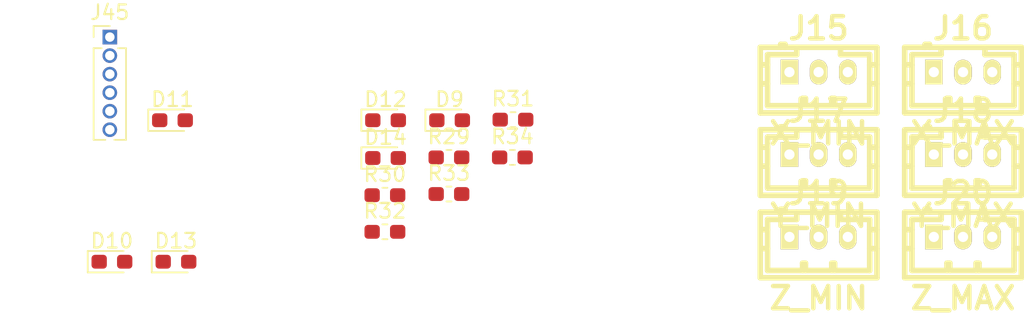
<source format=kicad_pcb>
(kicad_pcb (version 20171130) (host pcbnew 5.1.2-f72e74a~84~ubuntu18.04.1)

  (general
    (thickness 1.6)
    (drawings 0)
    (tracks 0)
    (zones 0)
    (modules 19)
    (nets 15)
  )

  (page A4)
  (layers
    (0 F.Cu signal)
    (31 B.Cu signal)
    (32 B.Adhes user)
    (33 F.Adhes user)
    (34 B.Paste user)
    (35 F.Paste user)
    (36 B.SilkS user)
    (37 F.SilkS user)
    (38 B.Mask user)
    (39 F.Mask user)
    (40 Dwgs.User user)
    (41 Cmts.User user)
    (42 Eco1.User user)
    (43 Eco2.User user)
    (44 Edge.Cuts user)
    (45 Margin user)
    (46 B.CrtYd user)
    (47 F.CrtYd user)
    (48 B.Fab user)
    (49 F.Fab user)
  )

  (setup
    (last_trace_width 0.25)
    (trace_clearance 0.2)
    (zone_clearance 0.508)
    (zone_45_only no)
    (trace_min 0.2)
    (via_size 0.8)
    (via_drill 0.4)
    (via_min_size 0.4)
    (via_min_drill 0.3)
    (uvia_size 0.3)
    (uvia_drill 0.1)
    (uvias_allowed no)
    (uvia_min_size 0.2)
    (uvia_min_drill 0.1)
    (edge_width 0.1)
    (segment_width 0.2)
    (pcb_text_width 0.3)
    (pcb_text_size 1.5 1.5)
    (mod_edge_width 0.15)
    (mod_text_size 1 1)
    (mod_text_width 0.15)
    (pad_size 1.5 1.5)
    (pad_drill 0.6)
    (pad_to_mask_clearance 0)
    (solder_mask_min_width 0.25)
    (aux_axis_origin 0 0)
    (visible_elements FFFFFF7F)
    (pcbplotparams
      (layerselection 0x010fc_ffffffff)
      (usegerberextensions false)
      (usegerberattributes false)
      (usegerberadvancedattributes false)
      (creategerberjobfile false)
      (excludeedgelayer true)
      (linewidth 0.100000)
      (plotframeref false)
      (viasonmask false)
      (mode 1)
      (useauxorigin false)
      (hpglpennumber 1)
      (hpglpenspeed 20)
      (hpglpendiameter 15.000000)
      (psnegative false)
      (psa4output false)
      (plotreference true)
      (plotvalue true)
      (plotinvisibletext false)
      (padsonsilk false)
      (subtractmaskfromsilk false)
      (outputformat 1)
      (mirror false)
      (drillshape 1)
      (scaleselection 1)
      (outputdirectory ""))
  )

  (net 0 "")
  (net 1 GND)
  (net 2 "Net-(D14-Pad2)")
  (net 3 "Net-(D13-Pad2)")
  (net 4 "Net-(D9-Pad2)")
  (net 5 "Net-(D12-Pad2)")
  (net 6 "Net-(D11-Pad2)")
  (net 7 "Net-(D10-Pad2)")
  (net 8 /X_MIN)
  (net 9 /X_MAX)
  (net 10 /Y_MIN)
  (net 11 /Y_MAX)
  (net 12 /Z_MIN)
  (net 13 /Z_MAX)
  (net 14 +3V3_STM32)

  (net_class Default "This is the default net class."
    (clearance 0.2)
    (trace_width 0.25)
    (via_dia 0.8)
    (via_drill 0.4)
    (uvia_dia 0.3)
    (uvia_drill 0.1)
    (add_net +3V3_STM32)
    (add_net +5V)
    (add_net /X_MAX)
    (add_net /X_MIN)
    (add_net /Y_MAX)
    (add_net /Y_MIN)
    (add_net /Z_MAX)
    (add_net /Z_MIN)
    (add_net /orange_pi/USB-DM2)
    (add_net /orange_pi/USB-DP2)
    (add_net GND)
    (add_net "Net-(D10-Pad2)")
    (add_net "Net-(D11-Pad2)")
    (add_net "Net-(D12-Pad2)")
    (add_net "Net-(D13-Pad2)")
    (add_net "Net-(D14-Pad2)")
    (add_net "Net-(D9-Pad2)")
    (add_net "Net-(J36-Pad1)")
    (add_net "Net-(J36-Pad3)")
    (add_net "Net-(J36-Pad5)")
    (add_net "Net-(J38-Pad1)")
    (add_net "Net-(J38-Pad3)")
    (add_net "Net-(J38-Pad5)")
    (add_net "Net-(J4-Pad1)")
    (add_net "Net-(J4-Pad3)")
    (add_net "Net-(J4-Pad5)")
    (add_net "Net-(J6-Pad1)")
    (add_net "Net-(J6-Pad3)")
    (add_net "Net-(J6-Pad5)")
    (add_net "Net-(J8-Pad1)")
    (add_net "Net-(J8-Pad3)")
    (add_net "Net-(J8-Pad5)")
    (add_net PC1)
    (add_net PC10)
    (add_net PC11)
    (add_net PC13)
    (add_net PC14)
    (add_net PC2)
    (add_net PC7)
    (add_net PC8)
    (add_net PD1)
    (add_net PD2)
    (add_net PD4)
    (add_net PD5)
    (add_net PD7)
    (add_net PD8)
  )

  (net_class 12V ""
    (clearance 0.2)
    (trace_width 1.25)
    (via_dia 0.8)
    (via_drill 0.4)
    (uvia_dia 0.3)
    (uvia_drill 0.1)
  )

  (net_class 3V3 ""
    (clearance 0.2)
    (trace_width 0.25)
    (via_dia 0.8)
    (via_drill 0.4)
    (uvia_dia 0.3)
    (uvia_drill 0.1)
  )

  (net_class 5V ""
    (clearance 0.2)
    (trace_width 0.5)
    (via_dia 0.8)
    (via_drill 0.4)
    (uvia_dia 0.3)
    (uvia_drill 0.1)
  )

  (net_class GND ""
    (clearance 0.2)
    (trace_width 1.5)
    (via_dia 0.8)
    (via_drill 0.4)
    (uvia_dia 0.3)
    (uvia_drill 0.1)
  )

  (module Resistor_SMD:R_0603_1608Metric_Pad1.05x0.95mm_HandSolder (layer F.Cu) (tedit 5B301BBD) (tstamp 5CCC8422)
    (at 50.805 27.25)
    (descr "Resistor SMD 0603 (1608 Metric), square (rectangular) end terminal, IPC_7351 nominal with elongated pad for handsoldering. (Body size source: http://www.tortai-tech.com/upload/download/2011102023233369053.pdf), generated with kicad-footprint-generator")
    (tags "resistor handsolder")
    (path /5CC36FE8)
    (attr smd)
    (fp_text reference R34 (at 0 -1.43) (layer F.SilkS)
      (effects (font (size 1 1) (thickness 0.15)))
    )
    (fp_text value R102,0603 (at 0 1.43) (layer F.Fab)
      (effects (font (size 1 1) (thickness 0.15)))
    )
    (fp_text user %R (at 0 0) (layer F.Fab)
      (effects (font (size 0.4 0.4) (thickness 0.06)))
    )
    (fp_line (start 1.65 0.73) (end -1.65 0.73) (layer F.CrtYd) (width 0.05))
    (fp_line (start 1.65 -0.73) (end 1.65 0.73) (layer F.CrtYd) (width 0.05))
    (fp_line (start -1.65 -0.73) (end 1.65 -0.73) (layer F.CrtYd) (width 0.05))
    (fp_line (start -1.65 0.73) (end -1.65 -0.73) (layer F.CrtYd) (width 0.05))
    (fp_line (start -0.171267 0.51) (end 0.171267 0.51) (layer F.SilkS) (width 0.12))
    (fp_line (start -0.171267 -0.51) (end 0.171267 -0.51) (layer F.SilkS) (width 0.12))
    (fp_line (start 0.8 0.4) (end -0.8 0.4) (layer F.Fab) (width 0.1))
    (fp_line (start 0.8 -0.4) (end 0.8 0.4) (layer F.Fab) (width 0.1))
    (fp_line (start -0.8 -0.4) (end 0.8 -0.4) (layer F.Fab) (width 0.1))
    (fp_line (start -0.8 0.4) (end -0.8 -0.4) (layer F.Fab) (width 0.1))
    (pad 2 smd roundrect (at 0.875 0) (size 1.05 0.95) (layers F.Cu F.Paste F.Mask) (roundrect_rratio 0.25)
      (net 2 "Net-(D14-Pad2)"))
    (pad 1 smd roundrect (at -0.875 0) (size 1.05 0.95) (layers F.Cu F.Paste F.Mask) (roundrect_rratio 0.25)
      (net 14 +3V3_STM32))
    (model ${KISYS3DMOD}/Resistor_SMD.3dshapes/R_0603_1608Metric.wrl
      (at (xyz 0 0 0))
      (scale (xyz 1 1 1))
      (rotate (xyz 0 0 0))
    )
  )

  (module Resistor_SMD:R_0603_1608Metric_Pad1.05x0.95mm_HandSolder (layer F.Cu) (tedit 5B301BBD) (tstamp 5CCC8411)
    (at 46.455 29.76)
    (descr "Resistor SMD 0603 (1608 Metric), square (rectangular) end terminal, IPC_7351 nominal with elongated pad for handsoldering. (Body size source: http://www.tortai-tech.com/upload/download/2011102023233369053.pdf), generated with kicad-footprint-generator")
    (tags "resistor handsolder")
    (path /5CC35E90)
    (attr smd)
    (fp_text reference R33 (at 0 -1.43) (layer F.SilkS)
      (effects (font (size 1 1) (thickness 0.15)))
    )
    (fp_text value R102,0603 (at 0 1.43) (layer F.Fab)
      (effects (font (size 1 1) (thickness 0.15)))
    )
    (fp_text user %R (at 0 0) (layer F.Fab)
      (effects (font (size 0.4 0.4) (thickness 0.06)))
    )
    (fp_line (start 1.65 0.73) (end -1.65 0.73) (layer F.CrtYd) (width 0.05))
    (fp_line (start 1.65 -0.73) (end 1.65 0.73) (layer F.CrtYd) (width 0.05))
    (fp_line (start -1.65 -0.73) (end 1.65 -0.73) (layer F.CrtYd) (width 0.05))
    (fp_line (start -1.65 0.73) (end -1.65 -0.73) (layer F.CrtYd) (width 0.05))
    (fp_line (start -0.171267 0.51) (end 0.171267 0.51) (layer F.SilkS) (width 0.12))
    (fp_line (start -0.171267 -0.51) (end 0.171267 -0.51) (layer F.SilkS) (width 0.12))
    (fp_line (start 0.8 0.4) (end -0.8 0.4) (layer F.Fab) (width 0.1))
    (fp_line (start 0.8 -0.4) (end 0.8 0.4) (layer F.Fab) (width 0.1))
    (fp_line (start -0.8 -0.4) (end 0.8 -0.4) (layer F.Fab) (width 0.1))
    (fp_line (start -0.8 0.4) (end -0.8 -0.4) (layer F.Fab) (width 0.1))
    (pad 2 smd roundrect (at 0.875 0) (size 1.05 0.95) (layers F.Cu F.Paste F.Mask) (roundrect_rratio 0.25)
      (net 3 "Net-(D13-Pad2)"))
    (pad 1 smd roundrect (at -0.875 0) (size 1.05 0.95) (layers F.Cu F.Paste F.Mask) (roundrect_rratio 0.25)
      (net 14 +3V3_STM32))
    (model ${KISYS3DMOD}/Resistor_SMD.3dshapes/R_0603_1608Metric.wrl
      (at (xyz 0 0 0))
      (scale (xyz 1 1 1))
      (rotate (xyz 0 0 0))
    )
  )

  (module Resistor_SMD:R_0603_1608Metric_Pad1.05x0.95mm_HandSolder (layer F.Cu) (tedit 5B301BBD) (tstamp 5CCC8400)
    (at 42.065 32.35)
    (descr "Resistor SMD 0603 (1608 Metric), square (rectangular) end terminal, IPC_7351 nominal with elongated pad for handsoldering. (Body size source: http://www.tortai-tech.com/upload/download/2011102023233369053.pdf), generated with kicad-footprint-generator")
    (tags "resistor handsolder")
    (path /5CC34FAC)
    (attr smd)
    (fp_text reference R32 (at 0 -1.43) (layer F.SilkS)
      (effects (font (size 1 1) (thickness 0.15)))
    )
    (fp_text value R102,0603 (at 0 1.43) (layer F.Fab)
      (effects (font (size 1 1) (thickness 0.15)))
    )
    (fp_text user %R (at 0 0) (layer F.Fab)
      (effects (font (size 0.4 0.4) (thickness 0.06)))
    )
    (fp_line (start 1.65 0.73) (end -1.65 0.73) (layer F.CrtYd) (width 0.05))
    (fp_line (start 1.65 -0.73) (end 1.65 0.73) (layer F.CrtYd) (width 0.05))
    (fp_line (start -1.65 -0.73) (end 1.65 -0.73) (layer F.CrtYd) (width 0.05))
    (fp_line (start -1.65 0.73) (end -1.65 -0.73) (layer F.CrtYd) (width 0.05))
    (fp_line (start -0.171267 0.51) (end 0.171267 0.51) (layer F.SilkS) (width 0.12))
    (fp_line (start -0.171267 -0.51) (end 0.171267 -0.51) (layer F.SilkS) (width 0.12))
    (fp_line (start 0.8 0.4) (end -0.8 0.4) (layer F.Fab) (width 0.1))
    (fp_line (start 0.8 -0.4) (end 0.8 0.4) (layer F.Fab) (width 0.1))
    (fp_line (start -0.8 -0.4) (end 0.8 -0.4) (layer F.Fab) (width 0.1))
    (fp_line (start -0.8 0.4) (end -0.8 -0.4) (layer F.Fab) (width 0.1))
    (pad 2 smd roundrect (at 0.875 0) (size 1.05 0.95) (layers F.Cu F.Paste F.Mask) (roundrect_rratio 0.25)
      (net 5 "Net-(D12-Pad2)"))
    (pad 1 smd roundrect (at -0.875 0) (size 1.05 0.95) (layers F.Cu F.Paste F.Mask) (roundrect_rratio 0.25)
      (net 14 +3V3_STM32))
    (model ${KISYS3DMOD}/Resistor_SMD.3dshapes/R_0603_1608Metric.wrl
      (at (xyz 0 0 0))
      (scale (xyz 1 1 1))
      (rotate (xyz 0 0 0))
    )
  )

  (module Resistor_SMD:R_0603_1608Metric_Pad1.05x0.95mm_HandSolder (layer F.Cu) (tedit 5B301BBD) (tstamp 5CCC83EF)
    (at 50.845 24.66)
    (descr "Resistor SMD 0603 (1608 Metric), square (rectangular) end terminal, IPC_7351 nominal with elongated pad for handsoldering. (Body size source: http://www.tortai-tech.com/upload/download/2011102023233369053.pdf), generated with kicad-footprint-generator")
    (tags "resistor handsolder")
    (path /5CC3434E)
    (attr smd)
    (fp_text reference R31 (at 0 -1.43) (layer F.SilkS)
      (effects (font (size 1 1) (thickness 0.15)))
    )
    (fp_text value R102,0603 (at 0 1.43) (layer F.Fab)
      (effects (font (size 1 1) (thickness 0.15)))
    )
    (fp_text user %R (at 0 0) (layer F.Fab)
      (effects (font (size 0.4 0.4) (thickness 0.06)))
    )
    (fp_line (start 1.65 0.73) (end -1.65 0.73) (layer F.CrtYd) (width 0.05))
    (fp_line (start 1.65 -0.73) (end 1.65 0.73) (layer F.CrtYd) (width 0.05))
    (fp_line (start -1.65 -0.73) (end 1.65 -0.73) (layer F.CrtYd) (width 0.05))
    (fp_line (start -1.65 0.73) (end -1.65 -0.73) (layer F.CrtYd) (width 0.05))
    (fp_line (start -0.171267 0.51) (end 0.171267 0.51) (layer F.SilkS) (width 0.12))
    (fp_line (start -0.171267 -0.51) (end 0.171267 -0.51) (layer F.SilkS) (width 0.12))
    (fp_line (start 0.8 0.4) (end -0.8 0.4) (layer F.Fab) (width 0.1))
    (fp_line (start 0.8 -0.4) (end 0.8 0.4) (layer F.Fab) (width 0.1))
    (fp_line (start -0.8 -0.4) (end 0.8 -0.4) (layer F.Fab) (width 0.1))
    (fp_line (start -0.8 0.4) (end -0.8 -0.4) (layer F.Fab) (width 0.1))
    (pad 2 smd roundrect (at 0.875 0) (size 1.05 0.95) (layers F.Cu F.Paste F.Mask) (roundrect_rratio 0.25)
      (net 6 "Net-(D11-Pad2)"))
    (pad 1 smd roundrect (at -0.875 0) (size 1.05 0.95) (layers F.Cu F.Paste F.Mask) (roundrect_rratio 0.25)
      (net 14 +3V3_STM32))
    (model ${KISYS3DMOD}/Resistor_SMD.3dshapes/R_0603_1608Metric.wrl
      (at (xyz 0 0 0))
      (scale (xyz 1 1 1))
      (rotate (xyz 0 0 0))
    )
  )

  (module Resistor_SMD:R_0603_1608Metric_Pad1.05x0.95mm_HandSolder (layer F.Cu) (tedit 5B301BBD) (tstamp 5CCC83DE)
    (at 42.065 29.84)
    (descr "Resistor SMD 0603 (1608 Metric), square (rectangular) end terminal, IPC_7351 nominal with elongated pad for handsoldering. (Body size source: http://www.tortai-tech.com/upload/download/2011102023233369053.pdf), generated with kicad-footprint-generator")
    (tags "resistor handsolder")
    (path /5CC33066)
    (attr smd)
    (fp_text reference R30 (at 0 -1.43) (layer F.SilkS)
      (effects (font (size 1 1) (thickness 0.15)))
    )
    (fp_text value R102,0603 (at 0 1.43) (layer F.Fab)
      (effects (font (size 1 1) (thickness 0.15)))
    )
    (fp_text user %R (at 0 0) (layer F.Fab)
      (effects (font (size 0.4 0.4) (thickness 0.06)))
    )
    (fp_line (start 1.65 0.73) (end -1.65 0.73) (layer F.CrtYd) (width 0.05))
    (fp_line (start 1.65 -0.73) (end 1.65 0.73) (layer F.CrtYd) (width 0.05))
    (fp_line (start -1.65 -0.73) (end 1.65 -0.73) (layer F.CrtYd) (width 0.05))
    (fp_line (start -1.65 0.73) (end -1.65 -0.73) (layer F.CrtYd) (width 0.05))
    (fp_line (start -0.171267 0.51) (end 0.171267 0.51) (layer F.SilkS) (width 0.12))
    (fp_line (start -0.171267 -0.51) (end 0.171267 -0.51) (layer F.SilkS) (width 0.12))
    (fp_line (start 0.8 0.4) (end -0.8 0.4) (layer F.Fab) (width 0.1))
    (fp_line (start 0.8 -0.4) (end 0.8 0.4) (layer F.Fab) (width 0.1))
    (fp_line (start -0.8 -0.4) (end 0.8 -0.4) (layer F.Fab) (width 0.1))
    (fp_line (start -0.8 0.4) (end -0.8 -0.4) (layer F.Fab) (width 0.1))
    (pad 2 smd roundrect (at 0.875 0) (size 1.05 0.95) (layers F.Cu F.Paste F.Mask) (roundrect_rratio 0.25)
      (net 7 "Net-(D10-Pad2)"))
    (pad 1 smd roundrect (at -0.875 0) (size 1.05 0.95) (layers F.Cu F.Paste F.Mask) (roundrect_rratio 0.25)
      (net 14 +3V3_STM32))
    (model ${KISYS3DMOD}/Resistor_SMD.3dshapes/R_0603_1608Metric.wrl
      (at (xyz 0 0 0))
      (scale (xyz 1 1 1))
      (rotate (xyz 0 0 0))
    )
  )

  (module Resistor_SMD:R_0603_1608Metric_Pad1.05x0.95mm_HandSolder (layer F.Cu) (tedit 5B301BBD) (tstamp 5CCC83CD)
    (at 46.455 27.25)
    (descr "Resistor SMD 0603 (1608 Metric), square (rectangular) end terminal, IPC_7351 nominal with elongated pad for handsoldering. (Body size source: http://www.tortai-tech.com/upload/download/2011102023233369053.pdf), generated with kicad-footprint-generator")
    (tags "resistor handsolder")
    (path /5CC31819)
    (attr smd)
    (fp_text reference R29 (at 0 -1.43) (layer F.SilkS)
      (effects (font (size 1 1) (thickness 0.15)))
    )
    (fp_text value R102,0603 (at 0 1.43) (layer F.Fab)
      (effects (font (size 1 1) (thickness 0.15)))
    )
    (fp_text user %R (at 0 0) (layer F.Fab)
      (effects (font (size 0.4 0.4) (thickness 0.06)))
    )
    (fp_line (start 1.65 0.73) (end -1.65 0.73) (layer F.CrtYd) (width 0.05))
    (fp_line (start 1.65 -0.73) (end 1.65 0.73) (layer F.CrtYd) (width 0.05))
    (fp_line (start -1.65 -0.73) (end 1.65 -0.73) (layer F.CrtYd) (width 0.05))
    (fp_line (start -1.65 0.73) (end -1.65 -0.73) (layer F.CrtYd) (width 0.05))
    (fp_line (start -0.171267 0.51) (end 0.171267 0.51) (layer F.SilkS) (width 0.12))
    (fp_line (start -0.171267 -0.51) (end 0.171267 -0.51) (layer F.SilkS) (width 0.12))
    (fp_line (start 0.8 0.4) (end -0.8 0.4) (layer F.Fab) (width 0.1))
    (fp_line (start 0.8 -0.4) (end 0.8 0.4) (layer F.Fab) (width 0.1))
    (fp_line (start -0.8 -0.4) (end 0.8 -0.4) (layer F.Fab) (width 0.1))
    (fp_line (start -0.8 0.4) (end -0.8 -0.4) (layer F.Fab) (width 0.1))
    (pad 2 smd roundrect (at 0.875 0) (size 1.05 0.95) (layers F.Cu F.Paste F.Mask) (roundrect_rratio 0.25)
      (net 4 "Net-(D9-Pad2)"))
    (pad 1 smd roundrect (at -0.875 0) (size 1.05 0.95) (layers F.Cu F.Paste F.Mask) (roundrect_rratio 0.25)
      (net 14 +3V3_STM32))
    (model ${KISYS3DMOD}/Resistor_SMD.3dshapes/R_0603_1608Metric.wrl
      (at (xyz 0 0 0))
      (scale (xyz 1 1 1))
      (rotate (xyz 0 0 0))
    )
  )

  (module Connector_PinHeader_1.27mm:PinHeader_1x06_P1.27mm_Vertical (layer F.Cu) (tedit 59FED6E3) (tstamp 5CCC83BC)
    (at 23.205 19)
    (descr "Through hole straight pin header, 1x06, 1.27mm pitch, single row")
    (tags "Through hole pin header THT 1x06 1.27mm single row")
    (path /5CD1988B)
    (fp_text reference J45 (at 0 -1.695) (layer F.SilkS)
      (effects (font (size 1 1) (thickness 0.15)))
    )
    (fp_text value END_SWITCH_DEBUG (at 0 8.045) (layer F.Fab)
      (effects (font (size 1 1) (thickness 0.15)))
    )
    (fp_text user %R (at 0 3.175 90) (layer F.Fab)
      (effects (font (size 1 1) (thickness 0.15)))
    )
    (fp_line (start 1.55 -1.15) (end -1.55 -1.15) (layer F.CrtYd) (width 0.05))
    (fp_line (start 1.55 7.5) (end 1.55 -1.15) (layer F.CrtYd) (width 0.05))
    (fp_line (start -1.55 7.5) (end 1.55 7.5) (layer F.CrtYd) (width 0.05))
    (fp_line (start -1.55 -1.15) (end -1.55 7.5) (layer F.CrtYd) (width 0.05))
    (fp_line (start -1.11 -0.76) (end 0 -0.76) (layer F.SilkS) (width 0.12))
    (fp_line (start -1.11 0) (end -1.11 -0.76) (layer F.SilkS) (width 0.12))
    (fp_line (start 0.563471 0.76) (end 1.11 0.76) (layer F.SilkS) (width 0.12))
    (fp_line (start -1.11 0.76) (end -0.563471 0.76) (layer F.SilkS) (width 0.12))
    (fp_line (start 1.11 0.76) (end 1.11 7.045) (layer F.SilkS) (width 0.12))
    (fp_line (start -1.11 0.76) (end -1.11 7.045) (layer F.SilkS) (width 0.12))
    (fp_line (start 0.30753 7.045) (end 1.11 7.045) (layer F.SilkS) (width 0.12))
    (fp_line (start -1.11 7.045) (end -0.30753 7.045) (layer F.SilkS) (width 0.12))
    (fp_line (start -1.05 -0.11) (end -0.525 -0.635) (layer F.Fab) (width 0.1))
    (fp_line (start -1.05 6.985) (end -1.05 -0.11) (layer F.Fab) (width 0.1))
    (fp_line (start 1.05 6.985) (end -1.05 6.985) (layer F.Fab) (width 0.1))
    (fp_line (start 1.05 -0.635) (end 1.05 6.985) (layer F.Fab) (width 0.1))
    (fp_line (start -0.525 -0.635) (end 1.05 -0.635) (layer F.Fab) (width 0.1))
    (pad 6 thru_hole oval (at 0 6.35) (size 1 1) (drill 0.65) (layers *.Cu *.Mask)
      (net 13 /Z_MAX))
    (pad 5 thru_hole oval (at 0 5.08) (size 1 1) (drill 0.65) (layers *.Cu *.Mask)
      (net 12 /Z_MIN))
    (pad 4 thru_hole oval (at 0 3.81) (size 1 1) (drill 0.65) (layers *.Cu *.Mask)
      (net 11 /Y_MAX))
    (pad 3 thru_hole oval (at 0 2.54) (size 1 1) (drill 0.65) (layers *.Cu *.Mask)
      (net 10 /Y_MIN))
    (pad 2 thru_hole oval (at 0 1.27) (size 1 1) (drill 0.65) (layers *.Cu *.Mask)
      (net 9 /X_MAX))
    (pad 1 thru_hole rect (at 0 0) (size 1 1) (drill 0.65) (layers *.Cu *.Mask)
      (net 8 /X_MIN))
    (model ${KISYS3DMOD}/Connector_PinHeader_1.27mm.3dshapes/PinHeader_1x06_P1.27mm_Vertical.wrl
      (at (xyz 0 0 0))
      (scale (xyz 1 1 1))
      (rotate (xyz 0 0 0))
    )
  )

  (module footprint-lib:b3b-ph-kl,end_stop (layer F.Cu) (tedit 0) (tstamp 5CCC83A0)
    (at 81.7 32.7)
    (descr "JST PH series connector, B3B-PH-KL")
    (path /5CC16073)
    (fp_text reference J20 (at 0 -2.99974) (layer F.SilkS)
      (effects (font (size 1.524 1.524) (thickness 0.3048)))
    )
    (fp_text value Z_MAX (at 0 4.20116) (layer F.SilkS)
      (effects (font (size 1.524 1.524) (thickness 0.3048)))
    )
    (fp_line (start -2.60096 -1.89992) (end -2.60096 -1.69926) (layer F.SilkS) (width 0.381))
    (fp_line (start -2.30124 -1.89992) (end -2.60096 -1.89992) (layer F.SilkS) (width 0.381))
    (fp_line (start -2.30124 -1.69926) (end -2.30124 -1.89992) (layer F.SilkS) (width 0.381))
    (fp_line (start 4.0005 -1.69926) (end 4.0005 2.79908) (layer F.SilkS) (width 0.381))
    (fp_line (start -4.0005 -1.69926) (end -4.0005 2.79908) (layer F.SilkS) (width 0.381))
    (fp_line (start 1.50114 -1.19888) (end 1.50114 -1.69926) (layer F.SilkS) (width 0.381))
    (fp_line (start 3.50012 -1.19888) (end 1.50114 -1.19888) (layer F.SilkS) (width 0.381))
    (fp_line (start 3.50012 2.30124) (end 3.50012 -1.19888) (layer F.SilkS) (width 0.381))
    (fp_line (start -3.50012 -1.19888) (end -3.50012 2.30124) (layer F.SilkS) (width 0.381))
    (fp_line (start -1.50114 -1.19888) (end -3.50012 -1.19888) (layer F.SilkS) (width 0.381))
    (fp_line (start -1.50114 -1.69926) (end -1.50114 -1.19888) (layer F.SilkS) (width 0.381))
    (fp_line (start -3.50012 -0.50038) (end -4.0005 -0.50038) (layer F.SilkS) (width 0.381))
    (fp_line (start -3.50012 0.8001) (end -4.0005 0.8001) (layer F.SilkS) (width 0.381))
    (fp_line (start 3.50012 0.8001) (end 4.0005 0.8001) (layer F.SilkS) (width 0.381))
    (fp_line (start 4.0005 -0.50038) (end 3.50012 -0.50038) (layer F.SilkS) (width 0.381))
    (fp_line (start 1.09728 1.80086) (end 1.09728 2.30124) (layer F.SilkS) (width 0.381))
    (fp_line (start 0.89916 1.80086) (end 1.09728 1.80086) (layer F.SilkS) (width 0.381))
    (fp_line (start 0.89916 2.30124) (end 0.89916 1.80086) (layer F.SilkS) (width 0.381))
    (fp_line (start -1.09982 2.30124) (end -1.09982 1.80086) (layer F.SilkS) (width 0.381))
    (fp_line (start -1.09982 1.80086) (end -0.9017 1.80086) (layer F.SilkS) (width 0.381))
    (fp_line (start -0.9017 1.80086) (end -0.9017 2.30124) (layer F.SilkS) (width 0.381))
    (fp_line (start -4.0005 2.79908) (end 4.0005 2.79908) (layer F.SilkS) (width 0.381))
    (fp_line (start 3.50012 2.30124) (end -3.50012 2.30124) (layer F.SilkS) (width 0.381))
    (fp_line (start -4.0005 -1.69926) (end 4.0005 -1.69926) (layer F.SilkS) (width 0.381))
    (pad 2 thru_hole oval (at 0 0) (size 1.19888 1.69926) (drill 0.70104) (layers *.Cu *.Mask F.SilkS)
      (net 14 +3V3_STM32))
    (pad 3 thru_hole oval (at 2.00152 0) (size 1.19888 1.69926) (drill 0.70104) (layers *.Cu *.Mask F.SilkS)
      (net 1 GND))
    (pad 1 thru_hole rect (at -2.00152 0) (size 1.19888 1.69926) (drill 0.70104) (layers *.Cu *.Mask F.SilkS)
      (net 13 /Z_MAX))
    (model ${HOME}/_workspace/kicad/kicad_library/smisioto-footprints/modules/packages3d/walter/conn_jst-ph/b3b-ph-kl.wrl
      (at (xyz 0 0 0))
      (scale (xyz 1 1 1))
      (rotate (xyz 0 0 0))
    )
  )

  (module footprint-lib:b3b-ph-kl,end_stop (layer F.Cu) (tedit 0) (tstamp 5CCC8381)
    (at 71.8 32.7)
    (descr "JST PH series connector, B3B-PH-KL")
    (path /5CC1606D)
    (fp_text reference J19 (at 0 -2.99974) (layer F.SilkS)
      (effects (font (size 1.524 1.524) (thickness 0.3048)))
    )
    (fp_text value Z_MIN (at 0 4.20116) (layer F.SilkS)
      (effects (font (size 1.524 1.524) (thickness 0.3048)))
    )
    (fp_line (start -2.60096 -1.89992) (end -2.60096 -1.69926) (layer F.SilkS) (width 0.381))
    (fp_line (start -2.30124 -1.89992) (end -2.60096 -1.89992) (layer F.SilkS) (width 0.381))
    (fp_line (start -2.30124 -1.69926) (end -2.30124 -1.89992) (layer F.SilkS) (width 0.381))
    (fp_line (start 4.0005 -1.69926) (end 4.0005 2.79908) (layer F.SilkS) (width 0.381))
    (fp_line (start -4.0005 -1.69926) (end -4.0005 2.79908) (layer F.SilkS) (width 0.381))
    (fp_line (start 1.50114 -1.19888) (end 1.50114 -1.69926) (layer F.SilkS) (width 0.381))
    (fp_line (start 3.50012 -1.19888) (end 1.50114 -1.19888) (layer F.SilkS) (width 0.381))
    (fp_line (start 3.50012 2.30124) (end 3.50012 -1.19888) (layer F.SilkS) (width 0.381))
    (fp_line (start -3.50012 -1.19888) (end -3.50012 2.30124) (layer F.SilkS) (width 0.381))
    (fp_line (start -1.50114 -1.19888) (end -3.50012 -1.19888) (layer F.SilkS) (width 0.381))
    (fp_line (start -1.50114 -1.69926) (end -1.50114 -1.19888) (layer F.SilkS) (width 0.381))
    (fp_line (start -3.50012 -0.50038) (end -4.0005 -0.50038) (layer F.SilkS) (width 0.381))
    (fp_line (start -3.50012 0.8001) (end -4.0005 0.8001) (layer F.SilkS) (width 0.381))
    (fp_line (start 3.50012 0.8001) (end 4.0005 0.8001) (layer F.SilkS) (width 0.381))
    (fp_line (start 4.0005 -0.50038) (end 3.50012 -0.50038) (layer F.SilkS) (width 0.381))
    (fp_line (start 1.09728 1.80086) (end 1.09728 2.30124) (layer F.SilkS) (width 0.381))
    (fp_line (start 0.89916 1.80086) (end 1.09728 1.80086) (layer F.SilkS) (width 0.381))
    (fp_line (start 0.89916 2.30124) (end 0.89916 1.80086) (layer F.SilkS) (width 0.381))
    (fp_line (start -1.09982 2.30124) (end -1.09982 1.80086) (layer F.SilkS) (width 0.381))
    (fp_line (start -1.09982 1.80086) (end -0.9017 1.80086) (layer F.SilkS) (width 0.381))
    (fp_line (start -0.9017 1.80086) (end -0.9017 2.30124) (layer F.SilkS) (width 0.381))
    (fp_line (start -4.0005 2.79908) (end 4.0005 2.79908) (layer F.SilkS) (width 0.381))
    (fp_line (start 3.50012 2.30124) (end -3.50012 2.30124) (layer F.SilkS) (width 0.381))
    (fp_line (start -4.0005 -1.69926) (end 4.0005 -1.69926) (layer F.SilkS) (width 0.381))
    (pad 2 thru_hole oval (at 0 0) (size 1.19888 1.69926) (drill 0.70104) (layers *.Cu *.Mask F.SilkS)
      (net 14 +3V3_STM32))
    (pad 3 thru_hole oval (at 2.00152 0) (size 1.19888 1.69926) (drill 0.70104) (layers *.Cu *.Mask F.SilkS)
      (net 1 GND))
    (pad 1 thru_hole rect (at -2.00152 0) (size 1.19888 1.69926) (drill 0.70104) (layers *.Cu *.Mask F.SilkS)
      (net 12 /Z_MIN))
    (model ${HOME}/_workspace/kicad/kicad_library/smisioto-footprints/modules/packages3d/walter/conn_jst-ph/b3b-ph-kl.wrl
      (at (xyz 0 0 0))
      (scale (xyz 1 1 1))
      (rotate (xyz 0 0 0))
    )
  )

  (module footprint-lib:b3b-ph-kl,end_stop (layer F.Cu) (tedit 0) (tstamp 5CCC8362)
    (at 81.7 27.05)
    (descr "JST PH series connector, B3B-PH-KL")
    (path /5CC15F77)
    (fp_text reference J18 (at 0 -2.99974) (layer F.SilkS)
      (effects (font (size 1.524 1.524) (thickness 0.3048)))
    )
    (fp_text value Y_MAX (at 0 4.20116) (layer F.SilkS)
      (effects (font (size 1.524 1.524) (thickness 0.3048)))
    )
    (fp_line (start -2.60096 -1.89992) (end -2.60096 -1.69926) (layer F.SilkS) (width 0.381))
    (fp_line (start -2.30124 -1.89992) (end -2.60096 -1.89992) (layer F.SilkS) (width 0.381))
    (fp_line (start -2.30124 -1.69926) (end -2.30124 -1.89992) (layer F.SilkS) (width 0.381))
    (fp_line (start 4.0005 -1.69926) (end 4.0005 2.79908) (layer F.SilkS) (width 0.381))
    (fp_line (start -4.0005 -1.69926) (end -4.0005 2.79908) (layer F.SilkS) (width 0.381))
    (fp_line (start 1.50114 -1.19888) (end 1.50114 -1.69926) (layer F.SilkS) (width 0.381))
    (fp_line (start 3.50012 -1.19888) (end 1.50114 -1.19888) (layer F.SilkS) (width 0.381))
    (fp_line (start 3.50012 2.30124) (end 3.50012 -1.19888) (layer F.SilkS) (width 0.381))
    (fp_line (start -3.50012 -1.19888) (end -3.50012 2.30124) (layer F.SilkS) (width 0.381))
    (fp_line (start -1.50114 -1.19888) (end -3.50012 -1.19888) (layer F.SilkS) (width 0.381))
    (fp_line (start -1.50114 -1.69926) (end -1.50114 -1.19888) (layer F.SilkS) (width 0.381))
    (fp_line (start -3.50012 -0.50038) (end -4.0005 -0.50038) (layer F.SilkS) (width 0.381))
    (fp_line (start -3.50012 0.8001) (end -4.0005 0.8001) (layer F.SilkS) (width 0.381))
    (fp_line (start 3.50012 0.8001) (end 4.0005 0.8001) (layer F.SilkS) (width 0.381))
    (fp_line (start 4.0005 -0.50038) (end 3.50012 -0.50038) (layer F.SilkS) (width 0.381))
    (fp_line (start 1.09728 1.80086) (end 1.09728 2.30124) (layer F.SilkS) (width 0.381))
    (fp_line (start 0.89916 1.80086) (end 1.09728 1.80086) (layer F.SilkS) (width 0.381))
    (fp_line (start 0.89916 2.30124) (end 0.89916 1.80086) (layer F.SilkS) (width 0.381))
    (fp_line (start -1.09982 2.30124) (end -1.09982 1.80086) (layer F.SilkS) (width 0.381))
    (fp_line (start -1.09982 1.80086) (end -0.9017 1.80086) (layer F.SilkS) (width 0.381))
    (fp_line (start -0.9017 1.80086) (end -0.9017 2.30124) (layer F.SilkS) (width 0.381))
    (fp_line (start -4.0005 2.79908) (end 4.0005 2.79908) (layer F.SilkS) (width 0.381))
    (fp_line (start 3.50012 2.30124) (end -3.50012 2.30124) (layer F.SilkS) (width 0.381))
    (fp_line (start -4.0005 -1.69926) (end 4.0005 -1.69926) (layer F.SilkS) (width 0.381))
    (pad 2 thru_hole oval (at 0 0) (size 1.19888 1.69926) (drill 0.70104) (layers *.Cu *.Mask F.SilkS)
      (net 14 +3V3_STM32))
    (pad 3 thru_hole oval (at 2.00152 0) (size 1.19888 1.69926) (drill 0.70104) (layers *.Cu *.Mask F.SilkS)
      (net 1 GND))
    (pad 1 thru_hole rect (at -2.00152 0) (size 1.19888 1.69926) (drill 0.70104) (layers *.Cu *.Mask F.SilkS)
      (net 11 /Y_MAX))
    (model ${HOME}/_workspace/kicad/kicad_library/smisioto-footprints/modules/packages3d/walter/conn_jst-ph/b3b-ph-kl.wrl
      (at (xyz 0 0 0))
      (scale (xyz 1 1 1))
      (rotate (xyz 0 0 0))
    )
  )

  (module footprint-lib:b3b-ph-kl,end_stop (layer F.Cu) (tedit 0) (tstamp 5CCC8343)
    (at 71.8 27.05)
    (descr "JST PH series connector, B3B-PH-KL")
    (path /5CC15F71)
    (fp_text reference J17 (at 0 -2.99974) (layer F.SilkS)
      (effects (font (size 1.524 1.524) (thickness 0.3048)))
    )
    (fp_text value Y_MIN (at 0 4.20116) (layer F.SilkS)
      (effects (font (size 1.524 1.524) (thickness 0.3048)))
    )
    (fp_line (start -2.60096 -1.89992) (end -2.60096 -1.69926) (layer F.SilkS) (width 0.381))
    (fp_line (start -2.30124 -1.89992) (end -2.60096 -1.89992) (layer F.SilkS) (width 0.381))
    (fp_line (start -2.30124 -1.69926) (end -2.30124 -1.89992) (layer F.SilkS) (width 0.381))
    (fp_line (start 4.0005 -1.69926) (end 4.0005 2.79908) (layer F.SilkS) (width 0.381))
    (fp_line (start -4.0005 -1.69926) (end -4.0005 2.79908) (layer F.SilkS) (width 0.381))
    (fp_line (start 1.50114 -1.19888) (end 1.50114 -1.69926) (layer F.SilkS) (width 0.381))
    (fp_line (start 3.50012 -1.19888) (end 1.50114 -1.19888) (layer F.SilkS) (width 0.381))
    (fp_line (start 3.50012 2.30124) (end 3.50012 -1.19888) (layer F.SilkS) (width 0.381))
    (fp_line (start -3.50012 -1.19888) (end -3.50012 2.30124) (layer F.SilkS) (width 0.381))
    (fp_line (start -1.50114 -1.19888) (end -3.50012 -1.19888) (layer F.SilkS) (width 0.381))
    (fp_line (start -1.50114 -1.69926) (end -1.50114 -1.19888) (layer F.SilkS) (width 0.381))
    (fp_line (start -3.50012 -0.50038) (end -4.0005 -0.50038) (layer F.SilkS) (width 0.381))
    (fp_line (start -3.50012 0.8001) (end -4.0005 0.8001) (layer F.SilkS) (width 0.381))
    (fp_line (start 3.50012 0.8001) (end 4.0005 0.8001) (layer F.SilkS) (width 0.381))
    (fp_line (start 4.0005 -0.50038) (end 3.50012 -0.50038) (layer F.SilkS) (width 0.381))
    (fp_line (start 1.09728 1.80086) (end 1.09728 2.30124) (layer F.SilkS) (width 0.381))
    (fp_line (start 0.89916 1.80086) (end 1.09728 1.80086) (layer F.SilkS) (width 0.381))
    (fp_line (start 0.89916 2.30124) (end 0.89916 1.80086) (layer F.SilkS) (width 0.381))
    (fp_line (start -1.09982 2.30124) (end -1.09982 1.80086) (layer F.SilkS) (width 0.381))
    (fp_line (start -1.09982 1.80086) (end -0.9017 1.80086) (layer F.SilkS) (width 0.381))
    (fp_line (start -0.9017 1.80086) (end -0.9017 2.30124) (layer F.SilkS) (width 0.381))
    (fp_line (start -4.0005 2.79908) (end 4.0005 2.79908) (layer F.SilkS) (width 0.381))
    (fp_line (start 3.50012 2.30124) (end -3.50012 2.30124) (layer F.SilkS) (width 0.381))
    (fp_line (start -4.0005 -1.69926) (end 4.0005 -1.69926) (layer F.SilkS) (width 0.381))
    (pad 2 thru_hole oval (at 0 0) (size 1.19888 1.69926) (drill 0.70104) (layers *.Cu *.Mask F.SilkS)
      (net 14 +3V3_STM32))
    (pad 3 thru_hole oval (at 2.00152 0) (size 1.19888 1.69926) (drill 0.70104) (layers *.Cu *.Mask F.SilkS)
      (net 1 GND))
    (pad 1 thru_hole rect (at -2.00152 0) (size 1.19888 1.69926) (drill 0.70104) (layers *.Cu *.Mask F.SilkS)
      (net 10 /Y_MIN))
    (model ${HOME}/_workspace/kicad/kicad_library/smisioto-footprints/modules/packages3d/walter/conn_jst-ph/b3b-ph-kl.wrl
      (at (xyz 0 0 0))
      (scale (xyz 1 1 1))
      (rotate (xyz 0 0 0))
    )
  )

  (module footprint-lib:b3b-ph-kl,end_stop (layer F.Cu) (tedit 0) (tstamp 5CCC8324)
    (at 81.7 21.4)
    (descr "JST PH series connector, B3B-PH-KL")
    (path /5CC15E3F)
    (fp_text reference J16 (at 0 -2.99974) (layer F.SilkS)
      (effects (font (size 1.524 1.524) (thickness 0.3048)))
    )
    (fp_text value X_MAX (at 0 4.20116) (layer F.SilkS)
      (effects (font (size 1.524 1.524) (thickness 0.3048)))
    )
    (fp_line (start -2.60096 -1.89992) (end -2.60096 -1.69926) (layer F.SilkS) (width 0.381))
    (fp_line (start -2.30124 -1.89992) (end -2.60096 -1.89992) (layer F.SilkS) (width 0.381))
    (fp_line (start -2.30124 -1.69926) (end -2.30124 -1.89992) (layer F.SilkS) (width 0.381))
    (fp_line (start 4.0005 -1.69926) (end 4.0005 2.79908) (layer F.SilkS) (width 0.381))
    (fp_line (start -4.0005 -1.69926) (end -4.0005 2.79908) (layer F.SilkS) (width 0.381))
    (fp_line (start 1.50114 -1.19888) (end 1.50114 -1.69926) (layer F.SilkS) (width 0.381))
    (fp_line (start 3.50012 -1.19888) (end 1.50114 -1.19888) (layer F.SilkS) (width 0.381))
    (fp_line (start 3.50012 2.30124) (end 3.50012 -1.19888) (layer F.SilkS) (width 0.381))
    (fp_line (start -3.50012 -1.19888) (end -3.50012 2.30124) (layer F.SilkS) (width 0.381))
    (fp_line (start -1.50114 -1.19888) (end -3.50012 -1.19888) (layer F.SilkS) (width 0.381))
    (fp_line (start -1.50114 -1.69926) (end -1.50114 -1.19888) (layer F.SilkS) (width 0.381))
    (fp_line (start -3.50012 -0.50038) (end -4.0005 -0.50038) (layer F.SilkS) (width 0.381))
    (fp_line (start -3.50012 0.8001) (end -4.0005 0.8001) (layer F.SilkS) (width 0.381))
    (fp_line (start 3.50012 0.8001) (end 4.0005 0.8001) (layer F.SilkS) (width 0.381))
    (fp_line (start 4.0005 -0.50038) (end 3.50012 -0.50038) (layer F.SilkS) (width 0.381))
    (fp_line (start 1.09728 1.80086) (end 1.09728 2.30124) (layer F.SilkS) (width 0.381))
    (fp_line (start 0.89916 1.80086) (end 1.09728 1.80086) (layer F.SilkS) (width 0.381))
    (fp_line (start 0.89916 2.30124) (end 0.89916 1.80086) (layer F.SilkS) (width 0.381))
    (fp_line (start -1.09982 2.30124) (end -1.09982 1.80086) (layer F.SilkS) (width 0.381))
    (fp_line (start -1.09982 1.80086) (end -0.9017 1.80086) (layer F.SilkS) (width 0.381))
    (fp_line (start -0.9017 1.80086) (end -0.9017 2.30124) (layer F.SilkS) (width 0.381))
    (fp_line (start -4.0005 2.79908) (end 4.0005 2.79908) (layer F.SilkS) (width 0.381))
    (fp_line (start 3.50012 2.30124) (end -3.50012 2.30124) (layer F.SilkS) (width 0.381))
    (fp_line (start -4.0005 -1.69926) (end 4.0005 -1.69926) (layer F.SilkS) (width 0.381))
    (pad 2 thru_hole oval (at 0 0) (size 1.19888 1.69926) (drill 0.70104) (layers *.Cu *.Mask F.SilkS)
      (net 14 +3V3_STM32))
    (pad 3 thru_hole oval (at 2.00152 0) (size 1.19888 1.69926) (drill 0.70104) (layers *.Cu *.Mask F.SilkS)
      (net 1 GND))
    (pad 1 thru_hole rect (at -2.00152 0) (size 1.19888 1.69926) (drill 0.70104) (layers *.Cu *.Mask F.SilkS)
      (net 9 /X_MAX))
    (model ${HOME}/_workspace/kicad/kicad_library/smisioto-footprints/modules/packages3d/walter/conn_jst-ph/b3b-ph-kl.wrl
      (at (xyz 0 0 0))
      (scale (xyz 1 1 1))
      (rotate (xyz 0 0 0))
    )
  )

  (module footprint-lib:b3b-ph-kl,end_stop (layer F.Cu) (tedit 0) (tstamp 5CCC8305)
    (at 71.8 21.4)
    (descr "JST PH series connector, B3B-PH-KL")
    (path /5CC5A627)
    (fp_text reference J15 (at 0 -2.99974) (layer F.SilkS)
      (effects (font (size 1.524 1.524) (thickness 0.3048)))
    )
    (fp_text value X_MIN (at 0 4.20116) (layer F.SilkS)
      (effects (font (size 1.524 1.524) (thickness 0.3048)))
    )
    (fp_line (start -2.60096 -1.89992) (end -2.60096 -1.69926) (layer F.SilkS) (width 0.381))
    (fp_line (start -2.30124 -1.89992) (end -2.60096 -1.89992) (layer F.SilkS) (width 0.381))
    (fp_line (start -2.30124 -1.69926) (end -2.30124 -1.89992) (layer F.SilkS) (width 0.381))
    (fp_line (start 4.0005 -1.69926) (end 4.0005 2.79908) (layer F.SilkS) (width 0.381))
    (fp_line (start -4.0005 -1.69926) (end -4.0005 2.79908) (layer F.SilkS) (width 0.381))
    (fp_line (start 1.50114 -1.19888) (end 1.50114 -1.69926) (layer F.SilkS) (width 0.381))
    (fp_line (start 3.50012 -1.19888) (end 1.50114 -1.19888) (layer F.SilkS) (width 0.381))
    (fp_line (start 3.50012 2.30124) (end 3.50012 -1.19888) (layer F.SilkS) (width 0.381))
    (fp_line (start -3.50012 -1.19888) (end -3.50012 2.30124) (layer F.SilkS) (width 0.381))
    (fp_line (start -1.50114 -1.19888) (end -3.50012 -1.19888) (layer F.SilkS) (width 0.381))
    (fp_line (start -1.50114 -1.69926) (end -1.50114 -1.19888) (layer F.SilkS) (width 0.381))
    (fp_line (start -3.50012 -0.50038) (end -4.0005 -0.50038) (layer F.SilkS) (width 0.381))
    (fp_line (start -3.50012 0.8001) (end -4.0005 0.8001) (layer F.SilkS) (width 0.381))
    (fp_line (start 3.50012 0.8001) (end 4.0005 0.8001) (layer F.SilkS) (width 0.381))
    (fp_line (start 4.0005 -0.50038) (end 3.50012 -0.50038) (layer F.SilkS) (width 0.381))
    (fp_line (start 1.09728 1.80086) (end 1.09728 2.30124) (layer F.SilkS) (width 0.381))
    (fp_line (start 0.89916 1.80086) (end 1.09728 1.80086) (layer F.SilkS) (width 0.381))
    (fp_line (start 0.89916 2.30124) (end 0.89916 1.80086) (layer F.SilkS) (width 0.381))
    (fp_line (start -1.09982 2.30124) (end -1.09982 1.80086) (layer F.SilkS) (width 0.381))
    (fp_line (start -1.09982 1.80086) (end -0.9017 1.80086) (layer F.SilkS) (width 0.381))
    (fp_line (start -0.9017 1.80086) (end -0.9017 2.30124) (layer F.SilkS) (width 0.381))
    (fp_line (start -4.0005 2.79908) (end 4.0005 2.79908) (layer F.SilkS) (width 0.381))
    (fp_line (start 3.50012 2.30124) (end -3.50012 2.30124) (layer F.SilkS) (width 0.381))
    (fp_line (start -4.0005 -1.69926) (end 4.0005 -1.69926) (layer F.SilkS) (width 0.381))
    (pad 2 thru_hole oval (at 0 0) (size 1.19888 1.69926) (drill 0.70104) (layers *.Cu *.Mask F.SilkS)
      (net 14 +3V3_STM32))
    (pad 3 thru_hole oval (at 2.00152 0) (size 1.19888 1.69926) (drill 0.70104) (layers *.Cu *.Mask F.SilkS)
      (net 1 GND))
    (pad 1 thru_hole rect (at -2.00152 0) (size 1.19888 1.69926) (drill 0.70104) (layers *.Cu *.Mask F.SilkS)
      (net 8 /X_MIN))
    (model ${HOME}/_workspace/kicad/kicad_library/smisioto-footprints/modules/packages3d/walter/conn_jst-ph/b3b-ph-kl.wrl
      (at (xyz 0 0 0))
      (scale (xyz 1 1 1))
      (rotate (xyz 0 0 0))
    )
  )

  (module LED_SMD:LED_0603_1608Metric_Pad1.05x0.95mm_HandSolder (layer F.Cu) (tedit 5B4B45C9) (tstamp 5CCC82E6)
    (at 42.11 27.29)
    (descr "LED SMD 0603 (1608 Metric), square (rectangular) end terminal, IPC_7351 nominal, (Body size source: http://www.tortai-tech.com/upload/download/2011102023233369053.pdf), generated with kicad-footprint-generator")
    (tags "LED handsolder")
    (path /5CC36FEE)
    (attr smd)
    (fp_text reference D14 (at 0 -1.43) (layer F.SilkS)
      (effects (font (size 1 1) (thickness 0.15)))
    )
    (fp_text value LED_BLUE,0603 (at 0 1.43) (layer F.Fab)
      (effects (font (size 1 1) (thickness 0.15)))
    )
    (fp_text user %R (at 0 0) (layer F.Fab)
      (effects (font (size 0.4 0.4) (thickness 0.06)))
    )
    (fp_line (start 1.65 0.73) (end -1.65 0.73) (layer F.CrtYd) (width 0.05))
    (fp_line (start 1.65 -0.73) (end 1.65 0.73) (layer F.CrtYd) (width 0.05))
    (fp_line (start -1.65 -0.73) (end 1.65 -0.73) (layer F.CrtYd) (width 0.05))
    (fp_line (start -1.65 0.73) (end -1.65 -0.73) (layer F.CrtYd) (width 0.05))
    (fp_line (start -1.66 0.735) (end 0.8 0.735) (layer F.SilkS) (width 0.12))
    (fp_line (start -1.66 -0.735) (end -1.66 0.735) (layer F.SilkS) (width 0.12))
    (fp_line (start 0.8 -0.735) (end -1.66 -0.735) (layer F.SilkS) (width 0.12))
    (fp_line (start 0.8 0.4) (end 0.8 -0.4) (layer F.Fab) (width 0.1))
    (fp_line (start -0.8 0.4) (end 0.8 0.4) (layer F.Fab) (width 0.1))
    (fp_line (start -0.8 -0.1) (end -0.8 0.4) (layer F.Fab) (width 0.1))
    (fp_line (start -0.5 -0.4) (end -0.8 -0.1) (layer F.Fab) (width 0.1))
    (fp_line (start 0.8 -0.4) (end -0.5 -0.4) (layer F.Fab) (width 0.1))
    (pad 2 smd roundrect (at 0.875 0) (size 1.05 0.95) (layers F.Cu F.Paste F.Mask) (roundrect_rratio 0.25)
      (net 2 "Net-(D14-Pad2)"))
    (pad 1 smd roundrect (at -0.875 0) (size 1.05 0.95) (layers F.Cu F.Paste F.Mask) (roundrect_rratio 0.25)
      (net 13 /Z_MAX))
    (model ${KISYS3DMOD}/LED_SMD.3dshapes/LED_0603_1608Metric.wrl
      (at (xyz 0 0 0))
      (scale (xyz 1 1 1))
      (rotate (xyz 0 0 0))
    )
  )

  (module LED_SMD:LED_0603_1608Metric_Pad1.05x0.95mm_HandSolder (layer F.Cu) (tedit 5B4B45C9) (tstamp 5CCC82D3)
    (at 27.74 34.4)
    (descr "LED SMD 0603 (1608 Metric), square (rectangular) end terminal, IPC_7351 nominal, (Body size source: http://www.tortai-tech.com/upload/download/2011102023233369053.pdf), generated with kicad-footprint-generator")
    (tags "LED handsolder")
    (path /5CC35E96)
    (attr smd)
    (fp_text reference D13 (at 0 -1.43) (layer F.SilkS)
      (effects (font (size 1 1) (thickness 0.15)))
    )
    (fp_text value LED_BLUE,0603 (at 0 1.43) (layer F.Fab)
      (effects (font (size 1 1) (thickness 0.15)))
    )
    (fp_text user %R (at 0 0) (layer F.Fab)
      (effects (font (size 0.4 0.4) (thickness 0.06)))
    )
    (fp_line (start 1.65 0.73) (end -1.65 0.73) (layer F.CrtYd) (width 0.05))
    (fp_line (start 1.65 -0.73) (end 1.65 0.73) (layer F.CrtYd) (width 0.05))
    (fp_line (start -1.65 -0.73) (end 1.65 -0.73) (layer F.CrtYd) (width 0.05))
    (fp_line (start -1.65 0.73) (end -1.65 -0.73) (layer F.CrtYd) (width 0.05))
    (fp_line (start -1.66 0.735) (end 0.8 0.735) (layer F.SilkS) (width 0.12))
    (fp_line (start -1.66 -0.735) (end -1.66 0.735) (layer F.SilkS) (width 0.12))
    (fp_line (start 0.8 -0.735) (end -1.66 -0.735) (layer F.SilkS) (width 0.12))
    (fp_line (start 0.8 0.4) (end 0.8 -0.4) (layer F.Fab) (width 0.1))
    (fp_line (start -0.8 0.4) (end 0.8 0.4) (layer F.Fab) (width 0.1))
    (fp_line (start -0.8 -0.1) (end -0.8 0.4) (layer F.Fab) (width 0.1))
    (fp_line (start -0.5 -0.4) (end -0.8 -0.1) (layer F.Fab) (width 0.1))
    (fp_line (start 0.8 -0.4) (end -0.5 -0.4) (layer F.Fab) (width 0.1))
    (pad 2 smd roundrect (at 0.875 0) (size 1.05 0.95) (layers F.Cu F.Paste F.Mask) (roundrect_rratio 0.25)
      (net 3 "Net-(D13-Pad2)"))
    (pad 1 smd roundrect (at -0.875 0) (size 1.05 0.95) (layers F.Cu F.Paste F.Mask) (roundrect_rratio 0.25)
      (net 12 /Z_MIN))
    (model ${KISYS3DMOD}/LED_SMD.3dshapes/LED_0603_1608Metric.wrl
      (at (xyz 0 0 0))
      (scale (xyz 1 1 1))
      (rotate (xyz 0 0 0))
    )
  )

  (module LED_SMD:LED_0603_1608Metric_Pad1.05x0.95mm_HandSolder (layer F.Cu) (tedit 5B4B45C9) (tstamp 5CCC82C0)
    (at 42.11 24.7)
    (descr "LED SMD 0603 (1608 Metric), square (rectangular) end terminal, IPC_7351 nominal, (Body size source: http://www.tortai-tech.com/upload/download/2011102023233369053.pdf), generated with kicad-footprint-generator")
    (tags "LED handsolder")
    (path /5CC34FB2)
    (attr smd)
    (fp_text reference D12 (at 0 -1.43) (layer F.SilkS)
      (effects (font (size 1 1) (thickness 0.15)))
    )
    (fp_text value LED_BLUE,0603 (at 0 1.43) (layer F.Fab)
      (effects (font (size 1 1) (thickness 0.15)))
    )
    (fp_text user %R (at 0 0) (layer F.Fab)
      (effects (font (size 0.4 0.4) (thickness 0.06)))
    )
    (fp_line (start 1.65 0.73) (end -1.65 0.73) (layer F.CrtYd) (width 0.05))
    (fp_line (start 1.65 -0.73) (end 1.65 0.73) (layer F.CrtYd) (width 0.05))
    (fp_line (start -1.65 -0.73) (end 1.65 -0.73) (layer F.CrtYd) (width 0.05))
    (fp_line (start -1.65 0.73) (end -1.65 -0.73) (layer F.CrtYd) (width 0.05))
    (fp_line (start -1.66 0.735) (end 0.8 0.735) (layer F.SilkS) (width 0.12))
    (fp_line (start -1.66 -0.735) (end -1.66 0.735) (layer F.SilkS) (width 0.12))
    (fp_line (start 0.8 -0.735) (end -1.66 -0.735) (layer F.SilkS) (width 0.12))
    (fp_line (start 0.8 0.4) (end 0.8 -0.4) (layer F.Fab) (width 0.1))
    (fp_line (start -0.8 0.4) (end 0.8 0.4) (layer F.Fab) (width 0.1))
    (fp_line (start -0.8 -0.1) (end -0.8 0.4) (layer F.Fab) (width 0.1))
    (fp_line (start -0.5 -0.4) (end -0.8 -0.1) (layer F.Fab) (width 0.1))
    (fp_line (start 0.8 -0.4) (end -0.5 -0.4) (layer F.Fab) (width 0.1))
    (pad 2 smd roundrect (at 0.875 0) (size 1.05 0.95) (layers F.Cu F.Paste F.Mask) (roundrect_rratio 0.25)
      (net 5 "Net-(D12-Pad2)"))
    (pad 1 smd roundrect (at -0.875 0) (size 1.05 0.95) (layers F.Cu F.Paste F.Mask) (roundrect_rratio 0.25)
      (net 11 /Y_MAX))
    (model ${KISYS3DMOD}/LED_SMD.3dshapes/LED_0603_1608Metric.wrl
      (at (xyz 0 0 0))
      (scale (xyz 1 1 1))
      (rotate (xyz 0 0 0))
    )
  )

  (module LED_SMD:LED_0603_1608Metric_Pad1.05x0.95mm_HandSolder (layer F.Cu) (tedit 5B4B45C9) (tstamp 5CCC82AD)
    (at 27.5 24.7)
    (descr "LED SMD 0603 (1608 Metric), square (rectangular) end terminal, IPC_7351 nominal, (Body size source: http://www.tortai-tech.com/upload/download/2011102023233369053.pdf), generated with kicad-footprint-generator")
    (tags "LED handsolder")
    (path /5CC34354)
    (attr smd)
    (fp_text reference D11 (at 0 -1.43) (layer F.SilkS)
      (effects (font (size 1 1) (thickness 0.15)))
    )
    (fp_text value LED_BLUE,0603 (at 0 1.43) (layer F.Fab)
      (effects (font (size 1 1) (thickness 0.15)))
    )
    (fp_text user %R (at 0 0) (layer F.Fab)
      (effects (font (size 0.4 0.4) (thickness 0.06)))
    )
    (fp_line (start 1.65 0.73) (end -1.65 0.73) (layer F.CrtYd) (width 0.05))
    (fp_line (start 1.65 -0.73) (end 1.65 0.73) (layer F.CrtYd) (width 0.05))
    (fp_line (start -1.65 -0.73) (end 1.65 -0.73) (layer F.CrtYd) (width 0.05))
    (fp_line (start -1.65 0.73) (end -1.65 -0.73) (layer F.CrtYd) (width 0.05))
    (fp_line (start -1.66 0.735) (end 0.8 0.735) (layer F.SilkS) (width 0.12))
    (fp_line (start -1.66 -0.735) (end -1.66 0.735) (layer F.SilkS) (width 0.12))
    (fp_line (start 0.8 -0.735) (end -1.66 -0.735) (layer F.SilkS) (width 0.12))
    (fp_line (start 0.8 0.4) (end 0.8 -0.4) (layer F.Fab) (width 0.1))
    (fp_line (start -0.8 0.4) (end 0.8 0.4) (layer F.Fab) (width 0.1))
    (fp_line (start -0.8 -0.1) (end -0.8 0.4) (layer F.Fab) (width 0.1))
    (fp_line (start -0.5 -0.4) (end -0.8 -0.1) (layer F.Fab) (width 0.1))
    (fp_line (start 0.8 -0.4) (end -0.5 -0.4) (layer F.Fab) (width 0.1))
    (pad 2 smd roundrect (at 0.875 0) (size 1.05 0.95) (layers F.Cu F.Paste F.Mask) (roundrect_rratio 0.25)
      (net 6 "Net-(D11-Pad2)"))
    (pad 1 smd roundrect (at -0.875 0) (size 1.05 0.95) (layers F.Cu F.Paste F.Mask) (roundrect_rratio 0.25)
      (net 10 /Y_MIN))
    (model ${KISYS3DMOD}/LED_SMD.3dshapes/LED_0603_1608Metric.wrl
      (at (xyz 0 0 0))
      (scale (xyz 1 1 1))
      (rotate (xyz 0 0 0))
    )
  )

  (module LED_SMD:LED_0603_1608Metric_Pad1.05x0.95mm_HandSolder (layer F.Cu) (tedit 5B4B45C9) (tstamp 5CCC829A)
    (at 23.35 34.4)
    (descr "LED SMD 0603 (1608 Metric), square (rectangular) end terminal, IPC_7351 nominal, (Body size source: http://www.tortai-tech.com/upload/download/2011102023233369053.pdf), generated with kicad-footprint-generator")
    (tags "LED handsolder")
    (path /5CC3306C)
    (attr smd)
    (fp_text reference D10 (at 0 -1.43) (layer F.SilkS)
      (effects (font (size 1 1) (thickness 0.15)))
    )
    (fp_text value LED_BLUE,0603 (at 0 1.43) (layer F.Fab)
      (effects (font (size 1 1) (thickness 0.15)))
    )
    (fp_text user %R (at 0 0) (layer F.Fab)
      (effects (font (size 0.4 0.4) (thickness 0.06)))
    )
    (fp_line (start 1.65 0.73) (end -1.65 0.73) (layer F.CrtYd) (width 0.05))
    (fp_line (start 1.65 -0.73) (end 1.65 0.73) (layer F.CrtYd) (width 0.05))
    (fp_line (start -1.65 -0.73) (end 1.65 -0.73) (layer F.CrtYd) (width 0.05))
    (fp_line (start -1.65 0.73) (end -1.65 -0.73) (layer F.CrtYd) (width 0.05))
    (fp_line (start -1.66 0.735) (end 0.8 0.735) (layer F.SilkS) (width 0.12))
    (fp_line (start -1.66 -0.735) (end -1.66 0.735) (layer F.SilkS) (width 0.12))
    (fp_line (start 0.8 -0.735) (end -1.66 -0.735) (layer F.SilkS) (width 0.12))
    (fp_line (start 0.8 0.4) (end 0.8 -0.4) (layer F.Fab) (width 0.1))
    (fp_line (start -0.8 0.4) (end 0.8 0.4) (layer F.Fab) (width 0.1))
    (fp_line (start -0.8 -0.1) (end -0.8 0.4) (layer F.Fab) (width 0.1))
    (fp_line (start -0.5 -0.4) (end -0.8 -0.1) (layer F.Fab) (width 0.1))
    (fp_line (start 0.8 -0.4) (end -0.5 -0.4) (layer F.Fab) (width 0.1))
    (pad 2 smd roundrect (at 0.875 0) (size 1.05 0.95) (layers F.Cu F.Paste F.Mask) (roundrect_rratio 0.25)
      (net 7 "Net-(D10-Pad2)"))
    (pad 1 smd roundrect (at -0.875 0) (size 1.05 0.95) (layers F.Cu F.Paste F.Mask) (roundrect_rratio 0.25)
      (net 9 /X_MAX))
    (model ${KISYS3DMOD}/LED_SMD.3dshapes/LED_0603_1608Metric.wrl
      (at (xyz 0 0 0))
      (scale (xyz 1 1 1))
      (rotate (xyz 0 0 0))
    )
  )

  (module LED_SMD:LED_0603_1608Metric_Pad1.05x0.95mm_HandSolder (layer F.Cu) (tedit 5B4B45C9) (tstamp 5CCC8287)
    (at 46.5 24.7)
    (descr "LED SMD 0603 (1608 Metric), square (rectangular) end terminal, IPC_7351 nominal, (Body size source: http://www.tortai-tech.com/upload/download/2011102023233369053.pdf), generated with kicad-footprint-generator")
    (tags "LED handsolder")
    (path /5CC31941)
    (attr smd)
    (fp_text reference D9 (at 0 -1.43) (layer F.SilkS)
      (effects (font (size 1 1) (thickness 0.15)))
    )
    (fp_text value LED_BLUE,0603 (at 0 1.43) (layer F.Fab)
      (effects (font (size 1 1) (thickness 0.15)))
    )
    (fp_text user %R (at 0 0) (layer F.Fab)
      (effects (font (size 0.4 0.4) (thickness 0.06)))
    )
    (fp_line (start 1.65 0.73) (end -1.65 0.73) (layer F.CrtYd) (width 0.05))
    (fp_line (start 1.65 -0.73) (end 1.65 0.73) (layer F.CrtYd) (width 0.05))
    (fp_line (start -1.65 -0.73) (end 1.65 -0.73) (layer F.CrtYd) (width 0.05))
    (fp_line (start -1.65 0.73) (end -1.65 -0.73) (layer F.CrtYd) (width 0.05))
    (fp_line (start -1.66 0.735) (end 0.8 0.735) (layer F.SilkS) (width 0.12))
    (fp_line (start -1.66 -0.735) (end -1.66 0.735) (layer F.SilkS) (width 0.12))
    (fp_line (start 0.8 -0.735) (end -1.66 -0.735) (layer F.SilkS) (width 0.12))
    (fp_line (start 0.8 0.4) (end 0.8 -0.4) (layer F.Fab) (width 0.1))
    (fp_line (start -0.8 0.4) (end 0.8 0.4) (layer F.Fab) (width 0.1))
    (fp_line (start -0.8 -0.1) (end -0.8 0.4) (layer F.Fab) (width 0.1))
    (fp_line (start -0.5 -0.4) (end -0.8 -0.1) (layer F.Fab) (width 0.1))
    (fp_line (start 0.8 -0.4) (end -0.5 -0.4) (layer F.Fab) (width 0.1))
    (pad 2 smd roundrect (at 0.875 0) (size 1.05 0.95) (layers F.Cu F.Paste F.Mask) (roundrect_rratio 0.25)
      (net 4 "Net-(D9-Pad2)"))
    (pad 1 smd roundrect (at -0.875 0) (size 1.05 0.95) (layers F.Cu F.Paste F.Mask) (roundrect_rratio 0.25)
      (net 8 /X_MIN))
    (model ${KISYS3DMOD}/LED_SMD.3dshapes/LED_0603_1608Metric.wrl
      (at (xyz 0 0 0))
      (scale (xyz 1 1 1))
      (rotate (xyz 0 0 0))
    )
  )

)

</source>
